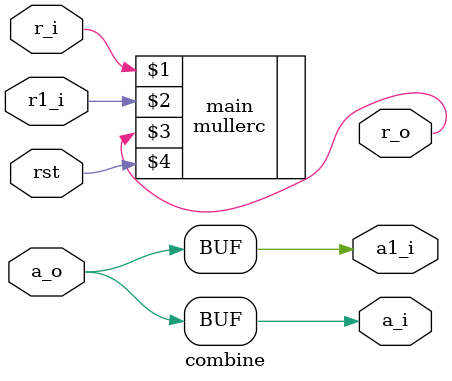
<source format=v>
`ifndef __combine

`include "mullerc.v"

module combine #(
    parameter Rpol = 1'b0, // reset polarity (rst=rpol => reset)

    parameter NATIVE = 1'b1 // don't optimize
  ) (
  input r_i,
  output a_i,

  input r1_i,
  output a1_i,

  output r_o,
  input a_o,

  input rst);

  assign a_i = a_o;
  assign a1_i = a_o;

  mullerc #(
    .Rval(1'b0),
    .Rpol(Rpol),
    .NATIVE(NATIVE)
  ) main (r_i, r1_i, r_o,
    rst);//AAAHHH

endmodule

`define __combine
`endif

</source>
